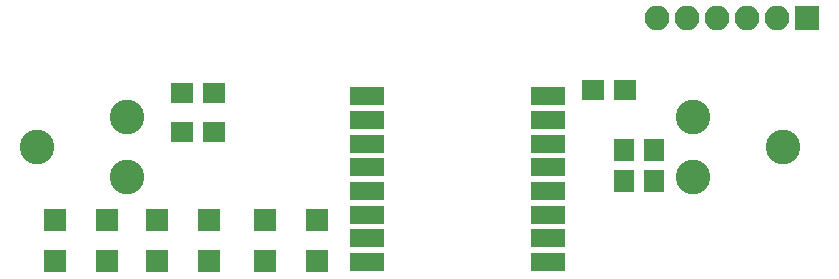
<source format=gts>
G04 #@! TF.FileFunction,Soldermask,Top*
%FSLAX46Y46*%
G04 Gerber Fmt 4.6, Leading zero omitted, Abs format (unit mm)*
G04 Created by KiCad (PCBNEW 4.0.6) date Mon Aug 21 13:19:59 2017*
%MOMM*%
%LPD*%
G01*
G04 APERTURE LIST*
%ADD10C,0.100000*%
%ADD11R,2.900000X1.500000*%
%ADD12R,1.900000X1.900000*%
%ADD13R,2.100000X2.100000*%
%ADD14O,2.100000X2.100000*%
%ADD15R,1.900000X1.700000*%
%ADD16R,1.700000X1.900000*%
%ADD17C,2.940000*%
G04 APERTURE END LIST*
D10*
D11*
X184212000Y-35052000D03*
X184212000Y-37052000D03*
X184212000Y-39052000D03*
X184212000Y-41052000D03*
X184212000Y-43052000D03*
X184212000Y-45052000D03*
X184212000Y-47052000D03*
X184212000Y-49052000D03*
X199612000Y-49052000D03*
X199612000Y-47052000D03*
X199612000Y-45052000D03*
X199612000Y-43052000D03*
X199612000Y-41052000D03*
X199612000Y-39052000D03*
X199612000Y-37052000D03*
X199612000Y-35052000D03*
D12*
X170881000Y-48994000D03*
X166431000Y-48994000D03*
X170881000Y-45494000D03*
X166431000Y-45494000D03*
X162245000Y-48994000D03*
X157795000Y-48994000D03*
X162245000Y-45494000D03*
X157795000Y-45494000D03*
X180025000Y-48994000D03*
X175575000Y-48994000D03*
X180025000Y-45494000D03*
X175575000Y-45494000D03*
D13*
X221488000Y-28448000D03*
D14*
X218948000Y-28448000D03*
X216408000Y-28448000D03*
X213868000Y-28448000D03*
X211328000Y-28448000D03*
X208788000Y-28448000D03*
D15*
X171276000Y-38100000D03*
X168576000Y-38100000D03*
X171276000Y-34798000D03*
X168576000Y-34798000D03*
D16*
X205994000Y-39544000D03*
X205994000Y-42244000D03*
D15*
X203374000Y-34544000D03*
X206074000Y-34544000D03*
D16*
X208534000Y-42244000D03*
X208534000Y-39544000D03*
D17*
X156340000Y-39370000D03*
X163960000Y-41910000D03*
X163960000Y-36830000D03*
X219460000Y-39370000D03*
X211840000Y-36830000D03*
X211840000Y-41910000D03*
M02*

</source>
